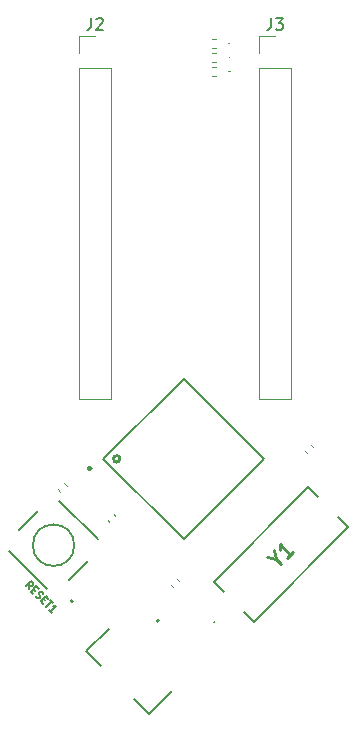
<source format=gbr>
%TF.GenerationSoftware,KiCad,Pcbnew,9.0.5*%
%TF.CreationDate,2025-10-29T22:43:50-06:00*%
%TF.ProjectId,arduino_pro_micro,61726475-696e-46f5-9f70-726f5f6d6963,rev?*%
%TF.SameCoordinates,Original*%
%TF.FileFunction,Legend,Top*%
%TF.FilePolarity,Positive*%
%FSLAX46Y46*%
G04 Gerber Fmt 4.6, Leading zero omitted, Abs format (unit mm)*
G04 Created by KiCad (PCBNEW 9.0.5) date 2025-10-29 22:43:50*
%MOMM*%
%LPD*%
G01*
G04 APERTURE LIST*
%ADD10C,0.254000*%
%ADD11C,0.150000*%
%ADD12C,0.120000*%
%ADD13C,0.100000*%
%ADD14C,0.127000*%
%ADD15C,0.200000*%
%ADD16C,0.203200*%
G04 APERTURE END LIST*
D10*
X115300842Y-142906103D02*
X115728473Y-143333735D01*
X114531105Y-142735051D02*
X115300842Y-142906103D01*
X115300842Y-142906103D02*
X115129789Y-142136367D01*
X116797551Y-142264657D02*
X116284393Y-142777814D01*
X116540972Y-142521236D02*
X115642946Y-141623210D01*
X115642946Y-141623210D02*
X115685710Y-141837026D01*
X115685710Y-141837026D02*
X115685710Y-142008078D01*
X115685710Y-142008078D02*
X115642946Y-142136367D01*
D11*
X99666666Y-97074819D02*
X99666666Y-97789104D01*
X99666666Y-97789104D02*
X99619047Y-97931961D01*
X99619047Y-97931961D02*
X99523809Y-98027200D01*
X99523809Y-98027200D02*
X99380952Y-98074819D01*
X99380952Y-98074819D02*
X99285714Y-98074819D01*
X100095238Y-97170057D02*
X100142857Y-97122438D01*
X100142857Y-97122438D02*
X100238095Y-97074819D01*
X100238095Y-97074819D02*
X100476190Y-97074819D01*
X100476190Y-97074819D02*
X100571428Y-97122438D01*
X100571428Y-97122438D02*
X100619047Y-97170057D01*
X100619047Y-97170057D02*
X100666666Y-97265295D01*
X100666666Y-97265295D02*
X100666666Y-97360533D01*
X100666666Y-97360533D02*
X100619047Y-97503390D01*
X100619047Y-97503390D02*
X100047619Y-98074819D01*
X100047619Y-98074819D02*
X100666666Y-98074819D01*
X94380588Y-145436951D02*
X94444293Y-145075958D01*
X94125770Y-145182132D02*
X94571702Y-144736200D01*
X94571702Y-144736200D02*
X94741581Y-144906079D01*
X94741581Y-144906079D02*
X94762815Y-144969784D01*
X94762815Y-144969784D02*
X94762815Y-145012254D01*
X94762815Y-145012254D02*
X94741581Y-145075958D01*
X94741581Y-145075958D02*
X94677876Y-145139663D01*
X94677876Y-145139663D02*
X94614171Y-145160897D01*
X94614171Y-145160897D02*
X94571702Y-145160897D01*
X94571702Y-145160897D02*
X94507997Y-145139663D01*
X94507997Y-145139663D02*
X94338118Y-144969784D01*
X94805285Y-145394481D02*
X94953929Y-145543125D01*
X94784050Y-145840413D02*
X94571702Y-145628064D01*
X94571702Y-145628064D02*
X95017634Y-145182132D01*
X95017634Y-145182132D02*
X95229982Y-145394481D01*
X94975164Y-145989057D02*
X95017634Y-146073996D01*
X95017634Y-146073996D02*
X95123808Y-146180171D01*
X95123808Y-146180171D02*
X95187513Y-146201406D01*
X95187513Y-146201406D02*
X95229982Y-146201406D01*
X95229982Y-146201406D02*
X95293687Y-146180171D01*
X95293687Y-146180171D02*
X95336157Y-146137701D01*
X95336157Y-146137701D02*
X95357392Y-146073996D01*
X95357392Y-146073996D02*
X95357392Y-146031527D01*
X95357392Y-146031527D02*
X95336157Y-145967822D01*
X95336157Y-145967822D02*
X95272452Y-145861648D01*
X95272452Y-145861648D02*
X95251217Y-145797943D01*
X95251217Y-145797943D02*
X95251217Y-145755474D01*
X95251217Y-145755474D02*
X95272452Y-145691769D01*
X95272452Y-145691769D02*
X95314922Y-145649299D01*
X95314922Y-145649299D02*
X95378626Y-145628064D01*
X95378626Y-145628064D02*
X95421096Y-145628064D01*
X95421096Y-145628064D02*
X95484801Y-145649299D01*
X95484801Y-145649299D02*
X95590975Y-145755474D01*
X95590975Y-145755474D02*
X95633445Y-145840413D01*
X95633444Y-146222640D02*
X95782088Y-146371284D01*
X95612209Y-146668572D02*
X95399861Y-146456224D01*
X95399861Y-146456224D02*
X95845793Y-146010292D01*
X95845793Y-146010292D02*
X96058141Y-146222640D01*
X96185551Y-146350049D02*
X96440369Y-146604868D01*
X95867028Y-146923390D02*
X96312960Y-146477459D01*
X96376664Y-147433027D02*
X96121846Y-147178209D01*
X96249255Y-147305618D02*
X96695187Y-146859686D01*
X96695187Y-146859686D02*
X96589013Y-146880921D01*
X96589013Y-146880921D02*
X96504074Y-146880921D01*
X96504074Y-146880921D02*
X96440369Y-146859686D01*
X114906666Y-97074819D02*
X114906666Y-97789104D01*
X114906666Y-97789104D02*
X114859047Y-97931961D01*
X114859047Y-97931961D02*
X114763809Y-98027200D01*
X114763809Y-98027200D02*
X114620952Y-98074819D01*
X114620952Y-98074819D02*
X114525714Y-98074819D01*
X115287619Y-97074819D02*
X115906666Y-97074819D01*
X115906666Y-97074819D02*
X115573333Y-97455771D01*
X115573333Y-97455771D02*
X115716190Y-97455771D01*
X115716190Y-97455771D02*
X115811428Y-97503390D01*
X115811428Y-97503390D02*
X115859047Y-97551009D01*
X115859047Y-97551009D02*
X115906666Y-97646247D01*
X115906666Y-97646247D02*
X115906666Y-97884342D01*
X115906666Y-97884342D02*
X115859047Y-97979580D01*
X115859047Y-97979580D02*
X115811428Y-98027200D01*
X115811428Y-98027200D02*
X115716190Y-98074819D01*
X115716190Y-98074819D02*
X115430476Y-98074819D01*
X115430476Y-98074819D02*
X115335238Y-98027200D01*
X115335238Y-98027200D02*
X115287619Y-97979580D01*
D12*
%TO.C,R3*%
X109884879Y-101219999D02*
X110220121Y-101219999D01*
X109884879Y-101980001D02*
X110220121Y-101980001D01*
%TO.C,R2*%
X109884879Y-100019999D02*
X110220121Y-100019999D01*
X109884879Y-100780001D02*
X110220121Y-100780001D01*
D13*
%TO.C,TX1*%
X111445001Y-100400000D02*
G75*
G02*
X111344999Y-100400000I-50001J0D01*
G01*
X111344999Y-100400000D02*
G75*
G02*
X111445001Y-100400000I50001J0D01*
G01*
%TO.C,RX1*%
X111445001Y-101600000D02*
G75*
G02*
X111344999Y-101600000I-50001J0D01*
G01*
X111344999Y-101600000D02*
G75*
G02*
X111445001Y-101600000I50001J0D01*
G01*
%TO.C,PWR1*%
X111415000Y-99200000D02*
G75*
G02*
X111315000Y-99200000I-50000J0D01*
G01*
X111315000Y-99200000D02*
G75*
G02*
X111415000Y-99200000I50000J0D01*
G01*
D12*
%TO.C,C3*%
X101228649Y-139737766D02*
X101064834Y-139573951D01*
X101737766Y-139228649D02*
X101573951Y-139064834D01*
D14*
%TO.C,J1*%
X104576469Y-155980632D02*
X103335497Y-154739660D01*
X106485657Y-154071444D02*
X104576469Y-155980632D01*
X99273168Y-150677331D02*
X100514140Y-151918303D01*
X101182356Y-148768143D02*
X99273168Y-150677331D01*
D15*
X105418931Y-148096391D02*
G75*
G02*
X105218931Y-148096391I-100000J0D01*
G01*
X105218931Y-148096391D02*
G75*
G02*
X105418931Y-148096391I100000J0D01*
G01*
D12*
%TO.C,C1*%
X117926049Y-133935166D02*
X117762234Y-133771351D01*
X118435166Y-133426049D02*
X118271351Y-133262234D01*
%TO.C,R1*%
X97372675Y-136435273D02*
X97609727Y-136672325D01*
X96835273Y-136972675D02*
X97072325Y-137209727D01*
D13*
%TO.C,Y1*%
X110022435Y-148227565D02*
X110022435Y-148227565D01*
D15*
X110040113Y-144815775D02*
X118065775Y-136790113D01*
D13*
X110093146Y-148156854D02*
X110093146Y-148156854D01*
D15*
X110888641Y-145664303D02*
X110040113Y-144815775D01*
X113434225Y-148209887D02*
X112585697Y-147361359D01*
X118065775Y-136790113D02*
X118914303Y-137638641D01*
X120611359Y-139335697D02*
X121459887Y-140184225D01*
X121459887Y-140184225D02*
X113434225Y-148209887D01*
D13*
X110022435Y-148227565D02*
G75*
G02*
X110093145Y-148156855I35355J35355D01*
G01*
X110093146Y-148156854D02*
G75*
G02*
X110022435Y-148227565I-35355J-35356D01*
G01*
D12*
%TO.C,J2*%
X98620000Y-98620000D02*
X100000000Y-98620000D01*
X98620000Y-100000000D02*
X98620000Y-98620000D01*
X98620000Y-101270000D02*
X98620000Y-129320000D01*
X98620000Y-101270000D02*
X101380000Y-101270000D01*
X98620000Y-129320000D02*
X101380000Y-129320000D01*
X101380000Y-101270000D02*
X101380000Y-129320000D01*
D14*
%TO.C,RESET1*%
X97793712Y-144638058D02*
X99420058Y-143011712D01*
X95926950Y-145380520D02*
X92744970Y-142198539D01*
X96980539Y-137962970D02*
X100233230Y-141215661D01*
X93554607Y-140398952D02*
X95180952Y-138772607D01*
D15*
X98141199Y-146441180D02*
G75*
G02*
X97941199Y-146441180I-100000J0D01*
G01*
X97941199Y-146441180D02*
G75*
G02*
X98141199Y-146441180I100000J0D01*
G01*
D14*
X98244099Y-141707100D02*
G75*
G02*
X94734101Y-141707100I-1754999J0D01*
G01*
X94734101Y-141707100D02*
G75*
G02*
X98244099Y-141707100I1754999J0D01*
G01*
D12*
%TO.C,R4*%
X109884879Y-98819999D02*
X110220121Y-98819999D01*
X109884879Y-99580001D02*
X110220121Y-99580001D01*
D16*
%TO.C,U1*%
X100711775Y-134400000D02*
X107500000Y-127611775D01*
X107500000Y-127611775D02*
X114288225Y-134400000D01*
X107500000Y-141188225D02*
X100711775Y-134400000D01*
X114288225Y-134400000D02*
X107500000Y-141188225D01*
D10*
X99672049Y-135213173D02*
G75*
G02*
X99418049Y-135213173I-127000J0D01*
G01*
X99418049Y-135213173D02*
G75*
G02*
X99672049Y-135213173I127000J0D01*
G01*
X102125846Y-134400000D02*
G75*
G02*
X101560446Y-134400000I-282700J0D01*
G01*
X101560446Y-134400000D02*
G75*
G02*
X102125846Y-134400000I282700J0D01*
G01*
D12*
%TO.C,C2*%
X106594449Y-145211466D02*
X106430634Y-145047651D01*
X107103566Y-144702349D02*
X106939751Y-144538534D01*
%TO.C,J3*%
X113860000Y-98620000D02*
X115240000Y-98620000D01*
X113860000Y-100000000D02*
X113860000Y-98620000D01*
X113860000Y-101270000D02*
X113860000Y-129320000D01*
X113860000Y-101270000D02*
X116620000Y-101270000D01*
X113860000Y-129320000D02*
X116620000Y-129320000D01*
X116620000Y-101270000D02*
X116620000Y-129320000D01*
%TD*%
M02*

</source>
